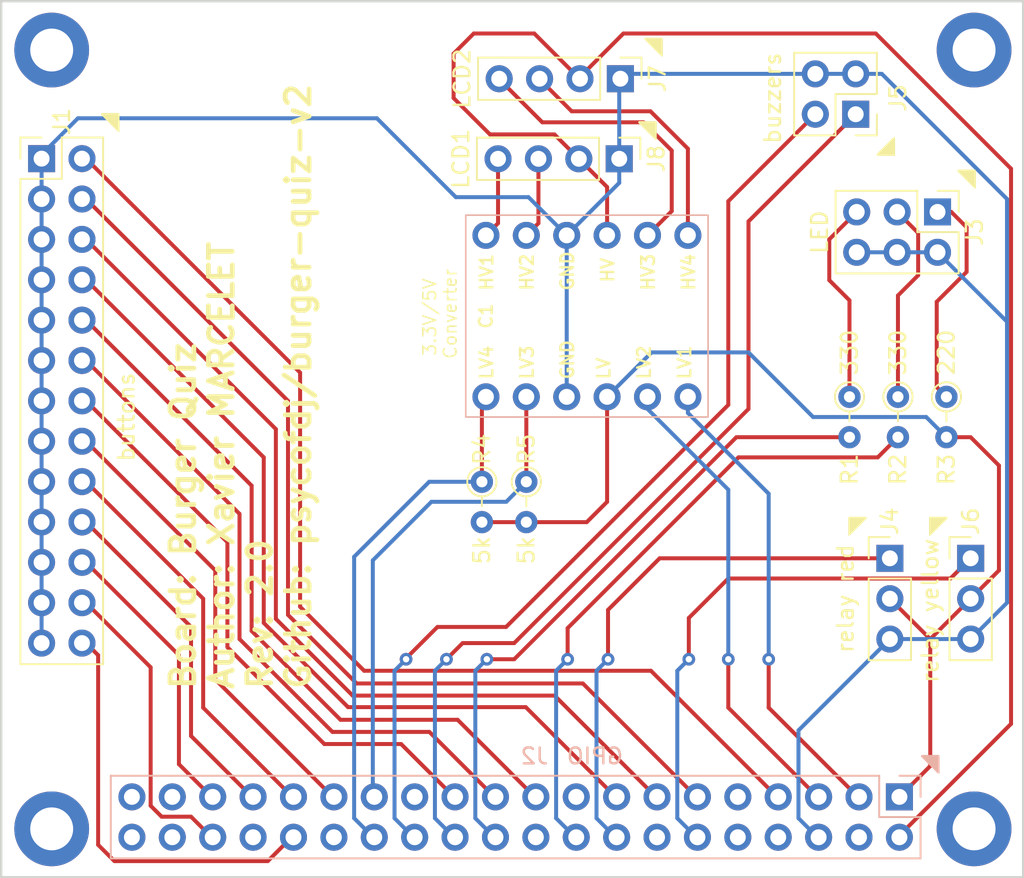
<source format=kicad_pcb>
(kicad_pcb (version 20221018) (generator pcbnew)
  (layers (0 "F.Cu" signal) (31 "B.Cu" signal) (34 "B.Paste" user) (35 "F.Paste" user) (36 "B.SilkS" user "B.Silkscreen") (37 "F.SilkS" user "F.Silkscreen") (38 "B.Mask" user) (39 "F.Mask" user) (44 "Edge.Cuts" user))
  (net 0 "")
  (net 1 "Net-(J2-SDA1)")
  (net 2 "Net-(J2-SCL1)")
  (net 3 "+3.3V")
  (net 4 "GND")
  (net 5 "Net-(J2-SDA2)")
  (net 6 "Net-(J2-SCL2)")
  (net 7 "Net-(J7-SDA)")
  (net 8 "Net-(J7-SCL)")
  (net 9 "+5V")
  (net 10 "Net-(J8-SDA)")
  (net 11 "Net-(J8-SCL)")
  (net 12 "Net-(J2-wpi7)")
  (net 13 "Net-(J2-wpi0)")
  (net 14 "Net-(J2-wpi2)")
  (net 15 "Net-(J2-wpi3)")
  (net 16 "Net-(J2-wpi12)")
  (net 17 "Net-(J2-wpi13)")
  (net 18 "Net-(J2-wip14)")
  (net 19 "Net-(J2-wip21)")
  (net 20 "Net-(J2-wip22)")
  (net 21 "Net-(J2-wip23)")
  (net 22 "Net-(J2-wip24)")
  (net 23 "Net-(J2-wpi27)")
  (net 24 "Net-(J2-wpi26)")
  (net 29 "Net-(J2-wpi1)")
  (net 31 "Net-(J2-wpi4)")
  (net 33 "Net-(J2-wpi5)")
  (net 35 "Net-(J2-wpi6)")
  (net 36 "Net-(J2-wpi10)")
  (net 38 "Net-(J2-wpi11)")
  (net 45 "Net-(J3-Pin_1)")
  (net 46 "Net-(J3-Pin_3)")
  (net 47 "Net-(J3-Pin_5)")
  (footprint "Resistor_THT:R_Axial_DIN0204_L3.6mm_D1.6mm_P2.54mm_Vertical" (layer "F.Cu") (at 226.06 73.66 -90)
    (fp_text reference "R1" (at 4.572 0 90) (layer "F.SilkS"))
    (fp_text value "330" (at -2.794 0 90) (layer "F.SilkS"))
    (fp_line (start 0.92 0) (end 1.54 0) (stroke (width 0.12)) (layer "F.SilkS"))
    (fp_circle (center 0 0) (end 0.92 0) (stroke (width 0.12)) (fill none) (layer "F.SilkS"))
    (pad "1" thru_hole circle (at 0 0 270) (size 1.4 1.4) (drill 0.7) (layers "*.Cu" "*.Mask") (net 47 "Net-(J3-Pin_5)"))
    (pad "2" thru_hole oval (at 2.54 0 270) (size 1.4 1.4) (drill 0.7) (layers "*.Cu" "*.Mask") (net 35 "Net-(J2-wpi6)"))
  )
  (footprint "Connector_PinHeader_2.54mm:PinHeader_1x04_P2.54mm_Vertical" (layer "F.Cu") (at 211.582 58.684 -90)
    (fp_text reference "J8" (at 0 -2.33 90) (layer "F.SilkS"))
    (fp_text value "LCD1" (at 0 9.95 90) (layer "F.SilkS"))
    (fp_line (start -1.33 -1.33) (end 0 -1.33) (stroke (width 0.12)) (layer "F.SilkS"))
    (fp_line (start -1.33 0) (end -1.33 -1.33) (stroke (width 0.12)) (layer "F.SilkS"))
    (fp_line (start -1.33 1.27) (end -1.33 8.95) (stroke (width 0.12)) (layer "F.SilkS"))
    (fp_line (start -1.33 1.27) (end 1.33 1.27) (stroke (width 0.12)) (layer "F.SilkS"))
    (fp_line (start -1.33 8.95) (end 1.33 8.95) (stroke (width 0.12)) (layer "F.SilkS"))
    (fp_line (start 1.33 1.27) (end 1.33 8.95) (stroke (width 0.12)) (layer "F.SilkS"))
    (pad "1" thru_hole rect (at 0 0 270) (size 1.7 1.7) (drill 1) (layers "*.Cu" "*.Mask") (net 4 "GND"))
    (pad "2" thru_hole oval (at 0 2.54 270) (size 1.7 1.7) (drill 1) (layers "*.Cu" "*.Mask") (net 9 "+5V"))
    (pad "3" thru_hole oval (at 0 5.08 270) (size 1.7 1.7) (drill 1) (layers "*.Cu" "*.Mask") (net 10 "Net-(J8-SDA)"))
    (pad "4" thru_hole oval (at 0 7.62 270) (size 1.7 1.7) (drill 1) (layers "*.Cu" "*.Mask") (net 11 "Net-(J8-SCL)"))
  )
  (footprint "Resistor_THT:R_Axial_DIN0204_L3.6mm_D1.6mm_P2.54mm_Vertical" (layer "F.Cu") (at 232.156 73.66 -90)
    (fp_text reference "R3" (at 4.572 0 -270) (layer "F.SilkS"))
    (fp_text value "220" (at -2.794 0 -270) (layer "F.SilkS"))
    (fp_line (start 0.92 0) (end 1.54 0) (stroke (width 0.12)) (layer "F.SilkS"))
    (fp_circle (center 0 0) (end 0.92 0) (stroke (width 0.12)) (fill none) (layer "F.SilkS"))
    (pad "1" thru_hole circle (at 0 0 270) (size 1.4 1.4) (drill 0.7) (layers "*.Cu" "*.Mask") (net 45 "Net-(J3-Pin_1)"))
    (pad "2" thru_hole oval (at 2.54 0 270) (size 1.4 1.4) (drill 0.7) (layers "*.Cu" "*.Mask") (net 3 "+3.3V"))
  )
  (footprint "Connector_PinHeader_2.54mm:PinHeader_1x04_P2.54mm_Vertical" (layer "F.Cu") (at 211.654435 53.646072 -90)
    (fp_text reference "J7" (at 0 -2.33 90) (layer "F.SilkS"))
    (fp_text value "LCD2" (at 0 9.95 90) (layer "F.SilkS"))
    (fp_line (start -1.33 -1.33) (end 0 -1.33) (stroke (width 0.12)) (layer "F.SilkS"))
    (fp_line (start -1.33 0) (end -1.33 -1.33) (stroke (width 0.12)) (layer "F.SilkS"))
    (fp_line (start -1.33 1.27) (end -1.33 8.95) (stroke (width 0.12)) (layer "F.SilkS"))
    (fp_line (start -1.33 1.27) (end 1.33 1.27) (stroke (width 0.12)) (layer "F.SilkS"))
    (fp_line (start -1.33 8.95) (end 1.33 8.95) (stroke (width 0.12)) (layer "F.SilkS"))
    (fp_line (start 1.33 1.27) (end 1.33 8.95) (stroke (width 0.12)) (layer "F.SilkS"))
    (pad "1" thru_hole rect (at 0 0 270) (size 1.7 1.7) (drill 1) (layers "*.Cu" "*.Mask") (net 4 "GND"))
    (pad "2" thru_hole oval (at 0 2.54 270) (size 1.7 1.7) (drill 1) (layers "*.Cu" "*.Mask") (net 9 "+5V"))
    (pad "3" thru_hole oval (at 0 5.08 270) (size 1.7 1.7) (drill 1) (layers "*.Cu" "*.Mask") (net 7 "Net-(J7-SDA)"))
    (pad "4" thru_hole oval (at 0 7.62 270) (size 1.7 1.7) (drill 1) (layers "*.Cu" "*.Mask") (net 8 "Net-(J7-SCL)"))
  )
  (footprint "MountingHole:MountingHole_2.7mm_M2.5_DIN965_Pad" (layer "F.Cu") (at 175.895 100.8414)
    (fp_text reference "REF**" hide)
    (fp_text value "MountingHole_2.7mm_M2.5_DIN965_Pad" hide)
    (pad "1" thru_hole circle (at 0 0) (size 4.7 4.7) (drill 2.7) (layers "*.Cu" "*.Mask"))
  )
  (footprint "Connector_PinHeader_2.54mm:PinHeader_2x02_P2.54mm_Vertical" (layer "F.Cu") (at 226.452535 55.88 180)
    (fp_text reference "J5" (at -2.655465 1.016 90) (layer "F.SilkS"))
    (fp_text value "buzzers" (at 5.218535 1.016 90) (layer "F.SilkS"))
    (fp_line (start -1.33 -1.33) (end 0 -1.33) (stroke (width 0.12)) (layer "F.SilkS"))
    (fp_line (start -1.33 0) (end -1.33 -1.33) (stroke (width 0.12)) (layer "F.SilkS"))
    (fp_line (start -1.33 1.27) (end -1.33 3.87) (stroke (width 0.12)) (layer "F.SilkS"))
    (fp_line (start -1.33 1.27) (end 1.27 1.27) (stroke (width 0.12)) (layer "F.SilkS"))
    (fp_line (start -1.33 3.87) (end 3.87 3.87) (stroke (width 0.12)) (layer "F.SilkS"))
    (fp_line (start 1.27 -1.33) (end 3.87 -1.33) (stroke (width 0.12)) (layer "F.SilkS"))
    (fp_line (start 1.27 1.27) (end 1.27 -1.33) (stroke (width 0.12)) (layer "F.SilkS"))
    (fp_line (start 3.87 -1.33) (end 3.87 3.87) (stroke (width 0.12)) (layer "F.SilkS"))
    (pad "1" thru_hole rect (at 0 0 180) (size 1.7 1.7) (drill 1) (layers "*.Cu" "*.Mask") (net 36 "Net-(J2-wpi10)"))
    (pad "2" thru_hole oval (at 2.54 0 180) (size 1.7 1.7) (drill 1) (layers "*.Cu" "*.Mask") (net 38 "Net-(J2-wpi11)"))
    (pad "3" thru_hole oval (at 0 2.54 180) (size 1.7 1.7) (drill 1) (layers "*.Cu" "*.Mask") (net 4 "GND"))
    (pad "4" thru_hole oval (at 2.54 2.54 180) (size 1.7 1.7) (drill 1) (layers "*.Cu" "*.Mask") (net 4 "GND"))
  )
  (footprint "MountingHole:MountingHole_2.7mm_M2.5_DIN965_Pad" (layer "F.Cu") (at 233.895 51.8414)
    (fp_text reference "REF**" hide)
    (fp_text value "MountingHole_2.7mm_M2.5_DIN965_Pad" hide)
    (pad "1" thru_hole circle (at 0 0) (size 4.7 4.7) (drill 2.7) (layers "*.Cu" "*.Mask"))
  )
  (footprint "Connector_PinHeader_2.54mm:PinHeader_2x13_P2.54mm_Vertical" (layer "F.Cu") (at 175.26 58.674)
    (fp_text reference "J1" (at 1.27 -2.33 90) (layer "F.SilkS"))
    (fp_text value "buttons" (at 5.334 16.256 90) (layer "F.SilkS"))
    (fp_line (start -1.33 -1.33) (end 0 -1.33) (stroke (width 0.12)) (layer "F.SilkS"))
    (fp_line (start -1.33 0) (end -1.33 -1.33) (stroke (width 0.12)) (layer "F.SilkS"))
    (fp_line (start -1.33 1.27) (end -1.33 31.81) (stroke (width 0.12)) (layer "F.SilkS"))
    (fp_line (start -1.33 1.27) (end 1.27 1.27) (stroke (width 0.12)) (layer "F.SilkS"))
    (fp_line (start -1.33 31.81) (end 3.87 31.81) (stroke (width 0.12)) (layer "F.SilkS"))
    (fp_line (start 1.27 -1.33) (end 3.87 -1.33) (stroke (width 0.12)) (layer "F.SilkS"))
    (fp_line (start 1.27 1.27) (end 1.27 -1.33) (stroke (width 0.12)) (layer "F.SilkS"))
    (fp_line (start 3.87 -1.33) (end 3.87 31.81) (stroke (width 0.12)) (layer "F.SilkS"))
    (pad "1" thru_hole rect (at 0 0) (size 1.7 1.7) (drill 1) (layers "*.Cu" "*.Mask") (net 4 "GND"))
    (pad "2" thru_hole oval (at 2.54 0) (size 1.7 1.7) (drill 1) (layers "*.Cu" "*.Mask") (net 12 "Net-(J2-wpi7)"))
    (pad "3" thru_hole oval (at 0 2.54) (size 1.7 1.7) (drill 1) (layers "*.Cu" "*.Mask") (net 4 "GND"))
    (pad "4" thru_hole oval (at 2.54 2.54) (size 1.7 1.7) (drill 1) (layers "*.Cu" "*.Mask") (net 13 "Net-(J2-wpi0)"))
    (pad "5" thru_hole oval (at 0 5.08) (size 1.7 1.7) (drill 1) (layers "*.Cu" "*.Mask") (net 4 "GND"))
    (pad "6" thru_hole oval (at 2.54 5.08) (size 1.7 1.7) (drill 1) (layers "*.Cu" "*.Mask") (net 14 "Net-(J2-wpi2)"))
    (pad "7" thru_hole oval (at 0 7.62) (size 1.7 1.7) (drill 1) (layers "*.Cu" "*.Mask") (net 4 "GND"))
    (pad "8" thru_hole oval (at 2.54 7.62) (size 1.7 1.7) (drill 1) (layers "*.Cu" "*.Mask") (net 15 "Net-(J2-wpi3)"))
    (pad "9" thru_hole oval (at 0 10.16) (size 1.7 1.7) (drill 1) (layers "*.Cu" "*.Mask") (net 4 "GND"))
    (pad "10" thru_hole oval (at 2.54 10.16) (size 1.7 1.7) (drill 1) (layers "*.Cu" "*.Mask") (net 16 "Net-(J2-wpi12)"))
    (pad "11" thru_hole oval (at 0 12.7) (size 1.7 1.7) (drill 1) (layers "*.Cu" "*.Mask") (net 4 "GND"))
    (pad "12" thru_hole oval (at 2.54 12.7) (size 1.7 1.7) (drill 1) (layers "*.Cu" "*.Mask") (net 17 "Net-(J2-wpi13)"))
    (pad "13" thru_hole oval (at 0 15.24) (size 1.7 1.7) (drill 1) (layers "*.Cu" "*.Mask") (net 4 "GND"))
    (pad "14" thru_hole oval (at 2.54 15.24) (size 1.7 1.7) (drill 1) (layers "*.Cu" "*.Mask") (net 18 "Net-(J2-wip14)"))
    (pad "15" thru_hole oval (at 0 17.78) (size 1.7 1.7) (drill 1) (layers "*.Cu" "*.Mask") (net 4 "GND"))
    (pad "16" thru_hole oval (at 2.54 17.78) (size 1.7 1.7) (drill 1) (layers "*.Cu" "*.Mask") (net 19 "Net-(J2-wip21)"))
    (pad "17" thru_hole oval (at 0 20.32) (size 1.7 1.7) (drill 1) (layers "*.Cu" "*.Mask") (net 4 "GND"))
    (pad "18" thru_hole oval (at 2.54 20.32) (size 1.7 1.7) (drill 1) (layers "*.Cu" "*.Mask") (net 20 "Net-(J2-wip22)"))
    (pad "19" thru_hole oval (at 0 22.86) (size 1.7 1.7) (drill 1) (layers "*.Cu" "*.Mask") (net 4 "GND"))
    (pad "20" thru_hole oval (at 2.54 22.86) (size 1.7 1.7) (drill 1) (layers "*.Cu" "*.Mask") (net 21 "Net-(J2-wip23)"))
    (pad "21" thru_hole oval (at 0 25.4) (size 1.7 1.7) (drill 1) (layers "*.Cu" "*.Mask") (net 4 "GND"))
    (pad "22" thru_hole oval (at 2.54 25.4) (size 1.7 1.7) (drill 1) (layers "*.Cu" "*.Mask") (net 22 "Net-(J2-wip24)"))
    (pad "23" thru_hole oval (at 0 27.94) (size 1.7 1.7) (drill 1) (layers "*.Cu" "*.Mask") (net 4 "GND"))
    (pad "24" thru_hole oval (at 2.54 27.94) (size 1.7 1.7) (drill 1) (layers "*.Cu" "*.Mask") (net 23 "Net-(J2-wpi27)"))
    (pad "25" thru_hole oval (at 0 30.48) (size 1.7 1.7) (drill 1) (layers "*.Cu" "*.Mask") (net 4 "GND"))
    (pad "26" thru_hole oval (at 2.54 30.48) (size 1.7 1.7) (drill 1) (layers "*.Cu" "*.Mask") (net 24 "Net-(J2-wpi26)"))
  )
  (footprint "Resistor_THT:R_Axial_DIN0204_L3.6mm_D1.6mm_P2.54mm_Vertical" (layer "F.Cu") (at 202.946 79.004 -90)
    (fp_text reference "R4" (at -2.042 0 -90) (layer "F.SilkS"))
    (fp_text value "5k" (at 4.308 0 -90) (layer "F.SilkS"))
    (fp_line (start 0.92 0) (end 1.54 0) (stroke (width 0.12)) (layer "F.SilkS"))
    (fp_circle (center 0 0) (end 0.92 0) (stroke (width 0.12)) (fill none) (layer "F.SilkS"))
    (pad "1" thru_hole circle (at 0 0 270) (size 1.4 1.4) (drill 0.7) (layers "*.Cu" "*.Mask") (net 6 "Net-(J2-SCL2)"))
    (pad "2" thru_hole oval (at 2.54 0 270) (size 1.4 1.4) (drill 0.7) (layers "*.Cu" "*.Mask") (net 3 "+3.3V"))
  )
  (footprint "Resistor_THT:R_Axial_DIN0204_L3.6mm_D1.6mm_P2.54mm_Vertical" (layer "F.Cu") (at 205.74 79.004 -90)
    (fp_text reference "R5" (at -2.042 0 90) (layer "F.SilkS"))
    (fp_text value "5k" (at 4.308 0 -90) (layer "F.SilkS"))
    (fp_line (start 0.92 0) (end 1.54 0) (stroke (width 0.12)) (layer "F.SilkS"))
    (fp_circle (center 0 0) (end 0.92 0) (stroke (width 0.12)) (fill none) (layer "F.SilkS"))
    (pad "1" thru_hole circle (at 0 0 270) (size 1.4 1.4) (drill 0.7) (layers "*.Cu" "*.Mask") (net 5 "Net-(J2-SDA2)"))
    (pad "2" thru_hole oval (at 2.54 0 270) (size 1.4 1.4) (drill 0.7) (layers "*.Cu" "*.Mask") (net 3 "+3.3V"))
  )
  (footprint "Connector_PinHeader_2.54mm:PinHeader_1x03_P2.54mm_Vertical" (layer "F.Cu") (at 228.6 83.82)
    (fp_text reference "J4" (at 0 -2.33 90) (layer "F.SilkS"))
    (fp_text value "relay red" (at -2.794 2.54 90) (layer "F.SilkS"))
    (fp_line (start -1.33 -1.33) (end 0 -1.33) (stroke (width 0.12)) (layer "F.SilkS"))
    (fp_line (start -1.33 0) (end -1.33 -1.33) (stroke (width 0.12)) (layer "F.SilkS"))
    (fp_line (start -1.33 1.27) (end -1.33 6.41) (stroke (width 0.12)) (layer "F.SilkS"))
    (fp_line (start -1.33 1.27) (end 1.33 1.27) (stroke (width 0.12)) (layer "F.SilkS"))
    (fp_line (start -1.33 6.41) (end 1.33 6.41) (stroke (width 0.12)) (layer "F.SilkS"))
    (fp_line (start 1.33 1.27) (end 1.33 6.41) (stroke (width 0.12)) (layer "F.SilkS"))
    (pad "1" thru_hole rect (at 0 0) (size 1.7 1.7) (drill 1) (layers "*.Cu" "*.Mask") (net 31 "Net-(J2-wpi4)"))
    (pad "2" thru_hole oval (at 0 2.54) (size 1.7 1.7) (drill 1) (layers "*.Cu" "*.Mask") (net 3 "+3.3V"))
    (pad "3" thru_hole oval (at 0 5.08) (size 1.7 1.7) (drill 1) (layers "*.Cu" "*.Mask") (net 4 "GND"))
  )
  (footprint "MountingHole:MountingHole_2.7mm_M2.5_DIN965_Pad" (layer "F.Cu") (at 175.895 51.8414)
    (fp_text reference "REF**" hide)
    (fp_text value "MountingHole_2.7mm_M2.5_DIN965_Pad" hide)
    (pad "1" thru_hole circle (at 0 0) (size 4.7 4.7) (drill 2.7) (layers "*.Cu" "*.Mask"))
  )
  (footprint "MountingHole:MountingHole_2.7mm_M2.5_DIN965_Pad" (layer "F.Cu") (at 233.895 100.8414)
    (fp_text reference "REF**" hide)
    (fp_text value "MountingHole_2.7mm_M2.5_DIN965_Pad" hide)
    (pad "1" thru_hole circle (at 0 0) (size 4.7 4.7) (drill 2.7) (layers "*.Cu" "*.Mask"))
  )
  (footprint "Resistor_THT:R_Axial_DIN0204_L3.6mm_D1.6mm_P2.54mm_Vertical" (layer "F.Cu") (at 229.108 73.66 -90)
    (fp_text reference "R2" (at 4.572 0 90) (layer "F.SilkS"))
    (fp_text value "330" (at -2.794 0 90) (layer "F.SilkS"))
    (fp_line (start 0.92 0) (end 1.54 0) (stroke (width 0.12)) (layer "F.SilkS"))
    (fp_circle (center 0 0) (end 0.92 0) (stroke (width 0.12)) (fill none) (layer "F.SilkS"))
    (pad "1" thru_hole circle (at 0 0 270) (size 1.4 1.4) (drill 0.7) (layers "*.Cu" "*.Mask") (net 46 "Net-(J3-Pin_3)"))
    (pad "2" thru_hole oval (at 2.54 0 270) (size 1.4 1.4) (drill 0.7) (layers "*.Cu" "*.Mask") (net 33 "Net-(J2-wpi5)"))
  )
  (footprint "Connector_PinHeader_2.54mm:PinHeader_2x03_P2.54mm_Vertical" (layer "F.Cu") (at 231.596317 62.026056 -90)
    (fp_text reference "J3" (at 1.27 -2.33 90) (layer "F.SilkS"))
    (fp_text value "LED" (at 1.27 7.41 90) (layer "F.SilkS"))
    (fp_line (start -1.33 -1.33) (end 0 -1.33) (stroke (width 0.12)) (layer "F.SilkS"))
    (fp_line (start -1.33 0) (end -1.33 -1.33) (stroke (width 0.12)) (layer "F.SilkS"))
    (fp_line (start -1.33 1.27) (end -1.33 6.41) (stroke (width 0.12)) (layer "F.SilkS"))
    (fp_line (start -1.33 1.27) (end 1.27 1.27) (stroke (width 0.12)) (layer "F.SilkS"))
    (fp_line (start -1.33 6.41) (end 3.87 6.41) (stroke (width 0.12)) (layer "F.SilkS"))
    (fp_line (start 1.27 -1.33) (end 3.87 -1.33) (stroke (width 0.12)) (layer "F.SilkS"))
    (fp_line (start 1.27 1.27) (end 1.27 -1.33) (stroke (width 0.12)) (layer "F.SilkS"))
    (fp_line (start 3.87 -1.33) (end 3.87 6.41) (stroke (width 0.12)) (layer "F.SilkS"))
    (pad "1" thru_hole rect (at 0 0 270) (size 1.7 1.7) (drill 1) (layers "*.Cu" "*.Mask") (net 45 "Net-(J3-Pin_1)"))
    (pad "2" thru_hole oval (at 2.54 0 270) (size 1.7 1.7) (drill 1) (layers "*.Cu" "*.Mask") (net 4 "GND"))
    (pad "3" thru_hole oval (at 0 2.54 270) (size 1.7 1.7) (drill 1) (layers "*.Cu" "*.Mask") (net 46 "Net-(J3-Pin_3)"))
    (pad "4" thru_hole oval (at 2.54 2.54 270) (size 1.7 1.7) (drill 1) (layers "*.Cu" "*.Mask") (net 4 "GND"))
    (pad "5" thru_hole oval (at 0 5.08 270) (size 1.7 1.7) (drill 1) (layers "*.Cu" "*.Mask") (net 47 "Net-(J3-Pin_5)"))
    (pad "6" thru_hole oval (at 2.54 5.08 270) (size 1.7 1.7) (drill 1) (layers "*.Cu" "*.Mask") (net 4 "GND"))
  )
  (footprint "Connector_PinHeader_2.54mm:PinHeader_1x03_P2.54mm_Vertical" (layer "F.Cu") (at 233.68 83.82)
    (fp_text reference "J6" (at 0 -2.33 90) (layer "F.SilkS"))
    (fp_text value "relay yellow" (at -2.54 3.302 90) (layer "F.SilkS"))
    (fp_line (start -1.33 -1.33) (end 0 -1.33) (stroke (width 0.12)) (layer "F.SilkS"))
    (fp_line (start -1.33 0) (end -1.33 -1.33) (stroke (width 0.12)) (layer "F.SilkS"))
    (fp_line (start -1.33 1.27) (end -1.33 6.41) (stroke (width 0.12)) (layer "F.SilkS"))
    (fp_line (start -1.33 1.27) (end 1.33 1.27) (stroke (width 0.12)) (layer "F.SilkS"))
    (fp_line (start -1.33 6.41) (end 1.33 6.41) (stroke (width 0.12)) (layer "F.SilkS"))
    (fp_line (start 1.33 1.27) (end 1.33 6.41) (stroke (width 0.12)) (layer "F.SilkS"))
    (pad "1" thru_hole rect (at 0 0) (size 1.7 1.7) (drill 1) (layers "*.Cu" "*.Mask") (net 29 "Net-(J2-wpi1)"))
    (pad "2" thru_hole oval (at 0 2.54) (size 1.7 1.7) (drill 1) (layers "*.Cu" "*.Mask") (net 3 "+3.3V"))
    (pad "3" thru_hole oval (at 0 5.08) (size 1.7 1.7) (drill 1) (layers "*.Cu" "*.Mask") (net 4 "GND"))
  )
  (footprint "Connector_PinSocket_2.54mm:PinSocket_2x20_P2.54mm_Vertical" (layer "B.Cu") (at 229.199875 98.829123 90)
    (fp_text reference "J2" (at 2.563123 -22.951875 180) (layer "B.SilkS") (effects (justify mirror)))
    (fp_text value "GPIO" (at 2.563123 -19.141875 180) (layer "B.SilkS") (effects (justify mirror)))
    (fp_line (start -3.87 -49.59) (end 1.33 -49.59) (stroke (width 0.12)) (layer "B.SilkS"))
    (fp_line (start -3.87 1.33) (end -3.87 -49.59) (stroke (width 0.12)) (layer "B.SilkS"))
    (fp_line (start -3.87 1.33) (end -1.27 1.33) (stroke (width 0.12)) (layer "B.SilkS"))
    (fp_line (start -1.27 -1.27) (end 1.33 -1.27) (stroke (width 0.12)) (layer "B.SilkS"))
    (fp_line (start -1.27 1.33) (end -1.27 -1.27) (stroke (width 0.12)) (layer "B.SilkS"))
    (fp_line (start 0 1.33) (end 1.33 1.33) (stroke (width 0.12)) (layer "B.SilkS"))
    (fp_line (start 1.33 -1.27) (end 1.33 -49.59) (stroke (width 0.12)) (layer "B.SilkS"))
    (fp_line (start 1.33 1.33) (end 1.33 0) (stroke (width 0.12)) (layer "B.SilkS"))
    (pad "1" thru_hole rect (at 0 0 90) (size 1.7 1.7) (drill 1) (layers "*.Cu" "*.Mask") (net 3 "+3.3V"))
    (pad "2" thru_hole oval (at -2.54 0 90) (size 1.7 1.7) (drill 1) (layers "*.Cu" "*.Mask") (net 9 "+5V"))
    (pad "3" thru_hole oval (at 0 -2.54 90) (size 1.7 1.7) (drill 1) (layers "*.Cu" "*.Mask") (net 1 "Net-(J2-SDA1)"))
    (pad "4" thru_hole oval (at -2.54 -2.54 90) (size 1.7 1.7) (drill 1) (layers "*.Cu" "*.Mask"))
    (pad "5" thru_hole oval (at 0 -5.08 90) (size 1.7 1.7) (drill 1) (layers "*.Cu" "*.Mask") (net 2 "Net-(J2-SCL1)"))
    (pad "6" thru_hole oval (at -2.54 -5.08 90) (size 1.7 1.7) (drill 1) (layers "*.Cu" "*.Mask") (net 4 "GND"))
    (pad "7" thru_hole oval (at 0 -7.62 90) (size 1.7 1.7) (drill 1) (layers "*.Cu" "*.Mask") (net 12 "Net-(J2-wpi7)"))
    (pad "8" thru_hole oval (at -2.54 -7.62 90) (size 1.7 1.7) (drill 1) (layers "*.Cu" "*.Mask"))
    (pad "9" thru_hole oval (at 0 -10.16 90) (size 1.7 1.7) (drill 1) (layers "*.Cu" "*.Mask"))
    (pad "10" thru_hole oval (at -2.54 -10.16 90) (size 1.7 1.7) (drill 1) (layers "*.Cu" "*.Mask"))
    (pad "11" thru_hole oval (at 0 -12.7 90) (size 1.7 1.7) (drill 1) (layers "*.Cu" "*.Mask") (net 13 "Net-(J2-wpi0)"))
    (pad "12" thru_hole oval (at -2.54 -12.7 90) (size 1.7 1.7) (drill 1) (layers "*.Cu" "*.Mask") (net 29 "Net-(J2-wpi1)"))
    (pad "13" thru_hole oval (at 0 -15.24 90) (size 1.7 1.7) (drill 1) (layers "*.Cu" "*.Mask") (net 14 "Net-(J2-wpi2)"))
    (pad "14" thru_hole oval (at -2.54 -15.24 90) (size 1.7 1.7) (drill 1) (layers "*.Cu" "*.Mask"))
    (pad "15" thru_hole oval (at 0 -17.78 90) (size 1.7 1.7) (drill 1) (layers "*.Cu" "*.Mask") (net 15 "Net-(J2-wpi3)"))
    (pad "16" thru_hole oval (at -2.54 -17.78 90) (size 1.7 1.7) (drill 1) (layers "*.Cu" "*.Mask") (net 31 "Net-(J2-wpi4)"))
    (pad "17" thru_hole oval (at 0 -20.32 90) (size 1.7 1.7) (drill 1) (layers "*.Cu" "*.Mask"))
    (pad "18" thru_hole oval (at -2.54 -20.32 90) (size 1.7 1.7) (drill 1) (layers "*.Cu" "*.Mask") (net 33 "Net-(J2-wpi5)"))
    (pad "19" thru_hole oval (at 0 -22.86 90) (size 1.7 1.7) (drill 1) (layers "*.Cu" "*.Mask") (net 16 "Net-(J2-wpi12)"))
    (pad "20" thru_hole oval (at -2.54 -22.86 90) (size 1.7 1.7) (drill 1) (layers "*.Cu" "*.Mask"))
    (pad "21" thru_hole oval (at 0 -25.4 90) (size 1.7 1.7) (drill 1) (layers "*.Cu" "*.Mask") (net 17 "Net-(J2-wpi13)"))
    (pad "22" thru_hole oval (at -2.54 -25.4 90) (size 1.7 1.7) (drill 1) (layers "*.Cu" "*.Mask") (net 35 "Net-(J2-wpi6)"))
    (pad "23" thru_hole oval (at 0 -27.94 90) (size 1.7 1.7) (drill 1) (layers "*.Cu" "*.Mask") (net 18 "Net-(J2-wip14)"))
    (pad "24" thru_hole oval (at -2.54 -27.94 90) (size 1.7 1.7) (drill 1) (layers "*.Cu" "*.Mask") (net 36 "Net-(J2-wpi10)"))
    (pad "25" thru_hole oval (at 0 -30.48 90) (size 1.7 1.7) (drill 1) (layers "*.Cu" "*.Mask"))
    (pad "26" thru_hole oval (at -2.54 -30.48 90) (size 1.7 1.7) (drill 1) (layers "*.Cu" "*.Mask") (net 38 "Net-(J2-wpi11)"))
    (pad "27" thru_hole oval (at 0 -33.02 90) (size 1.7 1.7) (drill 1) (layers "*.Cu" "*.Mask") (net 5 "Net-(J2-SDA2)"))
    (pad "28" thru_hole oval (at -2.54 -33.02 90) (size 1.7 1.7) (drill 1) (layers "*.Cu" "*.Mask") (net 6 "Net-(J2-SCL2)"))
    (pad "29" thru_hole oval (at 0 -35.56 90) (size 1.7 1.7) (drill 1) (layers "*.Cu" "*.Mask") (net 19 "Net-(J2-wip21)"))
    (pad "30" thru_hole oval (at -2.54 -35.56 90) (size 1.7 1.7) (drill 1) (layers "*.Cu" "*.Mask"))
    (pad "31" thru_hole oval (at 0 -38.1 90) (size 1.7 1.7) (drill 1) (layers "*.Cu" "*.Mask") (net 20 "Net-(J2-wip22)"))
    (pad "32" thru_hole oval (at -2.54 -38.1 90) (size 1.7 1.7) (drill 1) (layers "*.Cu" "*.Mask") (net 24 "Net-(J2-wpi26)"))
    (pad "33" thru_hole oval (at 0 -40.64 90) (size 1.7 1.7) (drill 1) (layers "*.Cu" "*.Mask") (net 21 "Net-(J2-wip23)"))
    (pad "34" thru_hole oval (at -2.54 -40.64 90) (size 1.7 1.7) (drill 1) (layers "*.Cu" "*.Mask"))
    (pad "35" thru_hole oval (at 0 -43.18 90) (size 1.7 1.7) (drill 1) (layers "*.Cu" "*.Mask") (net 22 "Net-(J2-wip24)"))
    (pad "36" thru_hole oval (at -2.54 -43.18 90) (size 1.7 1.7) (drill 1) (layers "*.Cu" "*.Mask") (net 23 "Net-(J2-wpi27)"))
    (pad "37" thru_hole oval (at 0 -45.72 90) (size 1.7 1.7) (drill 1) (layers "*.Cu" "*.Mask"))
    (pad "38" thru_hole oval (at -2.54 -45.72 90) (size 1.7 1.7) (drill 1) (layers "*.Cu" "*.Mask"))
    (pad "39" thru_hole oval (at 0 -48.26 90) (size 1.7 1.7) (drill 1) (layers "*.Cu" "*.Mask"))
    (pad "40" thru_hole oval (at -2.54 -48.26 90) (size 1.7 1.7) (drill 1) (layers "*.Cu" "*.Mask"))
  )
  (footprint "perso:Converter_3.3v_5v_i2c" (layer "B.Cu") (at 210.82 68.58 90)
    (fp_text reference "C1" (at 0 -7.62 90 unlocked) (layer "F.SilkS") (effects (font (size 0.8 0.8))))
    (fp_text value "~")
    (fp_text user "HV" (at 2.032 0.508 90 unlocked) (layer "F.SilkS") (effects (font (size 0.8 0.8)) (justify left bottom)))
    (fp_text user "HV4" (at 1.524 5.588 90 unlocked) (layer "F.SilkS") (effects (font (size 0.8 0.8)) (justify left bottom)))
    (fp_text user "HV2" (at 1.524 -4.572 90 unlocked) (layer "F.SilkS") (effects (font (size 0.8 0.8)) (justify left bottom)))
    (fp_text user "GND" (at -4.064 -2.032 90 unlocked) (layer "F.SilkS") (effects (font (size 0.8 0.8)) (justify left bottom)))
    (fp_text user "LV" (at -4.064 0.254 90 unlocked) (layer "F.SilkS") (effects (font (size 0.8 0.8)) (justify left bottom)))
    (fp_text user "LV1" (at -4.064 5.334 90 unlocked) (layer "F.SilkS") (effects (font (size 0.8 0.8)) (justify left bottom)))
    (fp_text user "LV3" (at -4.064 -4.572 90 unlocked) (layer "F.SilkS") (effects (font (size 0.8 0.8)) (justify left bottom)))
    (fp_text user "GND" (at 1.524 -2.032 90 unlocked) (layer "F.SilkS") (effects (font (size 0.8 0.8)) (justify left bottom)))
    (fp_text user "LV4" (at -4.064 -7.112 90 unlocked) (layer "F.SilkS") (effects (font (size 0.8 0.8)) (justify left bottom)))
    (fp_text user "HV3" (at 1.524 3.048 90 unlocked) (layer "F.SilkS") (effects (font (size 0.8 0.8)) (justify left bottom)))
    (fp_text user "LV2" (at -4.064 2.794 90 unlocked) (layer "F.SilkS") (effects (font (size 0.8 0.8)) (justify left bottom)))
    (fp_text user "HV1" (at 1.524 -7.112 90 unlocked) (layer "F.SilkS") (effects (font (size 0.8 0.8)) (justify left bottom)))
    (fp_rect (start -6.35 6.35) (end 6.35 -8.89) (stroke (width 0.1)) (fill none) (layer "B.SilkS"))
    (pad "1" thru_hole oval (at -5.08 5.08 90) (size 1.7 1.7) (drill 1) (layers "*.Cu" "*.Mask") (net 1 "Net-(J2-SDA1)"))
    (pad "2" thru_hole oval (at -5.08 2.54 90) (size 1.7 1.7) (drill 1) (layers "*.Cu" "*.Mask") (net 2 "Net-(J2-SCL1)"))
    (pad "3" thru_hole oval (at -5.08 0 90) (size 1.7 1.7) (drill 1) (layers "*.Cu" "*.Mask") (net 3 "+3.3V"))
    (pad "4" thru_hole oval (at -5.08 -2.54 90) (size 1.7 1.7) (drill 1) (layers "*.Cu" "*.Mask") (net 4 "GND"))
    (pad "5" thru_hole oval (at -5.08 -5.08 90) (size 1.7 1.7) (drill 1) (layers "*.Cu" "*.Mask") (net 5 "Net-(J2-SDA2)"))
    (pad "6" thru_hole oval (at -5.08 -7.62 90) (size 1.7 1.7) (drill 1) (layers "*.Cu" "*.Mask") (net 6 "Net-(J2-SCL2)"))
    (pad "7" thru_hole oval (at 5.08 5.08 90) (size 1.7 1.7) (drill 1) (layers "*.Cu" "*.Mask") (net 7 "Net-(J7-SDA)"))
    (pad "8" thru_hole oval (at 5.08 2.54 90) (size 1.7 1.7) (drill 1) (layers "*.Cu" "*.Mask") (net 8 "Net-(J7-SCL)"))
    (pad "9" thru_hole oval (at 5.08 0 90) (size 1.7 1.7) (drill 1) (layers "*.Cu" "*.Mask") (net 9 "+5V"))
    (pad "10" thru_hole oval (at 5.08 -2.54 90) (size 1.7 1.7) (drill 1) (layers "*.Cu" "*.Mask") (net 4 "GND"))
    (pad "11" thru_hole oval (at 5.08 -5.08 90) (size 1.7 1.7) (drill 1) (layers "*.Cu" "*.Mask") (net 10 "Net-(J8-SDA)"))
    (pad "12" thru_hole oval (at 5.08 -7.62 90) (size 1.7 1.7) (drill 1) (layers "*.Cu" "*.Mask") (net 11 "Net-(J8-SCL)"))
  )
  (gr_poly (pts (xy 230.632 96.266) (xy 231.648 97.282) (xy 231.648 96.266)) (stroke (width 0.15)) (fill solid) (layer "B.SilkS"))
  (gr_poly (pts (xy 179.07 55.88) (xy 180.086 56.896) (xy 180.086 55.88)) (stroke (width 0.15)) (fill solid) (layer "F.SilkS"))
  (gr_poly (pts (xy 231.14 82.296) (xy 232.156 81.28) (xy 231.14 81.28)) (stroke (width 0.15)) (fill solid) (layer "F.SilkS"))
  (gr_poly (pts (xy 212.852 56.388) (xy 213.868 57.404) (xy 213.868 56.388)) (stroke (width 0.15)) (fill solid) (layer "F.SilkS"))
  (gr_poly (pts (xy 232.918 59.436) (xy 233.934 60.452) (xy 233.934 59.436)) (stroke (width 0.15)) (fill solid) (layer "F.SilkS"))
  (gr_poly (pts (xy 226.06 82.296) (xy 227.076 81.28) (xy 226.06 81.28)) (stroke (width 0.15)) (fill solid) (layer "F.SilkS"))
  (gr_poly (pts (xy 228.854 57.404) (xy 227.838 58.42) (xy 228.854 58.42)) (stroke (width 0.15)) (fill solid) (layer "F.SilkS"))
  (gr_poly (pts (xy 214.250368 52.158924) (xy 213.234368 51.142924) (xy 214.250368 51.142924)) (stroke (width 0.15)) (fill solid) (layer "F.SilkS"))
  (gr_rect (start 172.72 48.768) (end 236.982 103.886) (stroke (width 0.15)) (fill none) (layer "Edge.Cuts"))
  (gr_text "3.3V/5V \nConverter" (at 201.422 65.532 90) (layer "F.SilkS") (effects (font (size 0.8 0.8) (thickness 0.1)) (justify right bottom)))
  (gr_text "Board: Burger Quiz\nAuthor: Xavier MARCELET\nRev: 2.0\nGithub: psycofdj/burger-quiz-v2" (at 192.278 92.202 90) (layer "F.SilkS") (effects (font (size 1.5 1.5) (thickness 0.3) bold) (justify left bottom)))
  (segment (start 220.98 93.218) (end 226.568 98.806) (width 0.25) (layer "F.Cu") (net 1))
  (segment (start 220.98 90.17) (end 220.98 93.218) (width 0.25) (layer "F.Cu") (net 1))
  (via (at 220.98 90.17) (size 0.8) (drill 0.4) (layers "F.Cu" "B.Cu") (net 1))
  (segment (start 215.9 74.676) (end 215.9 73.66) (width 0.25) (layer "B.Cu") (net 1))
  (segment (start 220.98 79.756) (end 215.9 74.676) (width 0.25) (layer "B.Cu") (net 1))
  (segment (start 220.98 90.17) (end 220.98 79.756) (width 0.25) (layer "B.Cu") (net 1))
  (segment (start 218.44 90.17) (end 218.44 93.218) (width 0.25) (layer "F.Cu") (net 2))
  (segment (start 218.44 93.218) (end 224.028 98.806) (width 0.25) (layer "F.Cu") (net 2))
  (via (at 218.44 90.17) (size 0.8) (drill 0.4) (layers "F.Cu" "B.Cu") (net 2))
  (segment (start 218.44 90.17) (end 218.44 79.502) (width 0.25) (layer "B.Cu") (net 2))
  (segment (start 218.44 79.502) (end 213.36 74.422) (width 0.25) (layer "B.Cu") (net 2))
  (segment (start 213.36 74.422) (end 213.36 73.66) (width 0.25) (layer "B.Cu") (net 2))
  (segment (start 210.82 80.264) (end 209.54 81.544) (width 0.25) (layer "F.Cu") (net 3))
  (segment (start 205.74 81.544) (end 202.946 81.544) (width 0.25) (layer "F.Cu") (net 3))
  (segment (start 229.199875 98.829123) (end 231.14 96.888998) (width 0.25) (layer "F.Cu") (net 3))
  (segment (start 209.54 81.544) (end 205.74 81.544) (width 0.25) (layer "F.Cu") (net 3))
  (segment (start 231.14 88.9) (end 233.68 86.36) (width 0.25) (layer "F.Cu") (net 3))
  (segment (start 229.044435 98.829123) (end 229.199875 98.829123) (width 0.25) (layer "F.Cu") (net 3))
  (segment (start 231.14 88.9) (end 228.6 86.36) (width 0.25) (layer "F.Cu") (net 3))
  (segment (start 235.458 84.582) (end 235.458 77.978) (width 0.25) (layer "F.Cu") (net 3))
  (segment (start 233.68 86.36) (end 235.458 84.582) (width 0.25) (layer "F.Cu") (net 3))
  (segment (start 235.458 77.978) (end 233.68 76.2) (width 0.25) (layer "F.Cu") (net 3))
  (segment (start 229.036609 98.821297) (end 229.044435 98.829123) (width 0.25) (layer "F.Cu") (net 3))
  (segment (start 210.82 73.66) (end 210.82 80.264) (width 0.25) (layer "F.Cu") (net 3))
  (segment (start 231.14 96.888998) (end 231.14 88.9) (width 0.25) (layer "F.Cu") (net 3))
  (segment (start 233.68 76.2) (end 232.156 76.2) (width 0.25) (layer "F.Cu") (net 3))
  (segment (start 213.614 70.866) (end 210.82 73.66) (width 0.25) (layer "B.Cu") (net 3))
  (segment (start 232.156 76.2) (end 230.886 74.93) (width 0.25) (layer "B.Cu") (net 3))
  (segment (start 230.886 74.93) (end 223.774 74.93) (width 0.25) (layer "B.Cu") (net 3))
  (segment (start 219.71 70.866) (end 213.614 70.866) (width 0.25) (layer "B.Cu") (net 3))
  (segment (start 223.774 74.93) (end 219.71 70.866) (width 0.25) (layer "B.Cu") (net 3))
  (segment (start 226.891267 53.34) (end 226.452535 53.34) (width 0.25) (layer "F.Cu") (net 4))
  (segment (start 208.28 63.5) (end 205.876054 61.096054) (width 0.25) (layer "B.Cu") (net 4))
  (segment (start 211.846 53.34) (end 211.582 53.604) (width 0.25) (layer "B.Cu") (net 4))
  (segment (start 222.853 100.171) (end 222.853 94.647) (width 0.25) (layer "B.Cu") (net 4))
  (segment (start 226.452535 53.34) (end 228.092 53.34) (width 0.25) (layer "B.Cu") (net 4))
  (segment (start 226.452535 53.34) (end 211.846 53.34) (width 0.25) (layer "B.Cu") (net 4))
  (segment (start 211.582 53.604) (end 211.582 58.684) (width 0.25) (layer "B.Cu") (net 4))
  (segment (start 235.966 68.935739) (end 231.596317 64.566056) (width 0.25) (layer "B.Cu") (net 4))
  (segment (start 211.582 58.684) (end 211.582 60.198) (width 0.25) (layer "B.Cu") (net 4))
  (segment (start 235.966 86.614) (end 235.966 68.935739) (width 0.25) (layer "B.Cu") (net 4))
  (segment (start 208.28 63.5) (end 208.28 73.66) (width 0.25) (layer "B.Cu") (net 4))
  (segment (start 177.546 56.134) (end 175.26 58.42) (width 0.25) (layer "B.Cu") (net 4))
  (segment (start 201.304054 61.096054) (end 196.342 56.134) (width 0.25) (layer "B.Cu") (net 4))
  (segment (start 235.966 61.214) (end 235.966 68.935739) (width 0.25) (layer "B.Cu") (net 4))
  (segment (start 233.68 88.9) (end 235.966 86.614) (width 0.25) (layer "B.Cu") (net 4))
  (segment (start 228.6 88.9) (end 233.68 88.9) (width 0.25) (layer "B.Cu") (net 4))
  (segment (start 196.342 56.134) (end 177.546 56.134) (width 0.25) (layer "B.Cu") (net 4))
  (segment (start 231.596317 64.566056) (end 226.516317 64.566056) (width 0.25) (layer "B.Cu") (net 4))
  (segment (start 228.092 53.34) (end 235.966 61.214) (width 0.25) (layer "B.Cu") (net 4))
  (segment (start 175.26 58.42) (end 175.26 88.9) (width 0.25) (layer "B.Cu") (net 4))
  (segment (start 224.028 101.346) (end 222.853 100.171) (width 0.25) (layer "B.Cu") (net 4))
  (segment (start 211.582 60.198) (end 208.28 63.5) (width 0.25) (layer "B.Cu") (net 4))
  (segment (start 222.853 94.647) (end 228.6 88.9) (width 0.25) (layer "B.Cu") (net 4))
  (segment (start 205.876054 61.096054) (end 201.304054 61.096054) (width 0.25) (layer "B.Cu") (net 4))
  (segment (start 205.74 79.004) (end 205.74 73.66) (width 0.25) (layer "F.Cu") (net 5))
  (segment (start 199.772396 80.264) (end 204.48 80.264) (width 0.25) (layer "B.Cu") (net 5))
  (segment (start 204.48 80.264) (end 205.74 79.004) (width 0.25) (layer "B.Cu") (net 5))
  (segment (start 196.088 98.806) (end 196.088 83.948396) (width 0.25) (layer "B.Cu") (net 5))
  (segment (start 196.088 83.948396) (end 199.772396 80.264) (width 0.25) (layer "B.Cu") (net 5))
  (segment (start 202.946 73.914) (end 203.2 73.66) (width 0.25) (layer "F.Cu") (net 6))
  (segment (start 202.946 79.004) (end 202.946 73.914) (width 0.25) (layer "F.Cu") (net 6))
  (segment (start 196.088 101.346) (end 194.913 100.171) (width 0.25) (layer "B.Cu") (net 6))
  (segment (start 194.913 83.725) (end 199.634 79.004) (width 0.25) (layer "B.Cu") (net 6))
  (segment (start 199.634 79.004) (end 202.946 79.004) (width 0.25) (layer "B.Cu") (net 6))
  (segment (start 194.913 100.171) (end 194.913 83.725) (width 0.25) (layer "B.Cu") (net 6))
  (segment (start 213.546396 55.694) (end 208.592 55.694) (width 0.25) (layer "F.Cu") (net 7))
  (segment (start 215.9 63.5) (end 215.9 58.047604) (width 0.25) (layer "F.Cu") (net 7))
  (segment (start 208.592 55.694) (end 206.502 53.604) (width 0.25) (layer "F.Cu") (net 7))
  (segment (start 215.9 58.047604) (end 213.546396 55.694) (width 0.25) (layer "F.Cu") (net 7))
  (segment (start 214.884 58.166) (end 213.106 56.388) (width 0.25) (layer "F.Cu") (net 8))
  (segment (start 214.884 61.976) (end 214.884 58.166) (width 0.25) (layer "F.Cu") (net 8))
  (segment (start 213.36 63.5) (end 214.884 61.976) (width 0.25) (layer "F.Cu") (net 8))
  (segment (start 206.746 56.388) (end 203.962 53.604) (width 0.25) (layer "F.Cu") (net 8))
  (segment (start 213.106 56.388) (end 206.746 56.388) (width 0.25) (layer "F.Cu") (net 8))
  (segment (start 203.454 57.15) (end 207.508 57.15) (width 0.25) (layer "F.Cu") (net 9))
  (segment (start 211.846 50.8) (end 209.042 53.604) (width 0.25) (layer "F.Cu") (net 9))
  (segment (start 206.238 50.8) (end 202.438 50.8) (width 0.25) (layer "F.Cu") (net 9))
  (segment (start 227.713 50.8) (end 211.846 50.8) (width 0.25) (layer "F.Cu") (net 9))
  (segment (start 236.22 94.234) (end 236.22 59.307) (width 0.25) (layer "F.Cu") (net 9))
  (segment (start 201.168 52.07) (end 201.168 54.864) (width 0.25) (layer "F.Cu") (net 9))
  (segment (start 201.168 54.864) (end 203.454 57.15) (width 0.25) (layer "F.Cu") (net 9))
  (segment (start 209.042 53.604) (end 206.238 50.8) (width 0.25) (layer "F.Cu") (net 9))
  (segment (start 209.042 58.684) (end 210.82 60.462) (width 0.25) (layer "F.Cu") (net 9))
  (segment (start 202.438 50.8) (end 201.168 52.07) (width 0.25) (layer "F.Cu") (net 9))
  (segment (start 207.508 57.15) (end 209.042 58.684) (width 0.25) (layer "F.Cu") (net 9))
  (segment (start 236.22 59.307) (end 227.713 50.8) (width 0.25) (layer "F.Cu") (net 9))
  (segment (start 229.108 101.346) (end 236.22 94.234) (width 0.25) (layer "F.Cu") (net 9))
  (segment (start 210.82 60.462) (end 210.82 63.5) (width 0.25) (layer "F.Cu") (net 9))
  (segment (start 205.74 63.5) (end 206.502 62.738) (width 0.25) (layer "F.Cu") (net 10))
  (segment (start 206.502 62.738) (end 206.502 58.684) (width 0.25) (layer "F.Cu") (net 10))
  (segment (start 203.2 63.5) (end 203.962 62.738) (width 0.25) (layer "F.Cu") (net 11))
  (segment (start 203.962 62.738) (end 203.962 58.684) (width 0.25) (layer "F.Cu") (net 11))
  (segment (start 191.516 86.868) (end 195.543 90.895) (width 0.25) (layer "F.Cu") (net 12))
  (segment (start 195.543 90.895) (end 213.577 90.895) (width 0.25) (layer "F.Cu") (net 12))
  (segment (start 191.516 72.136) (end 191.516 86.868) (width 0.25) (layer "F.Cu") (net 12))
  (segment (start 213.577 90.895) (end 221.488 98.806) (width 0.25) (layer "F.Cu") (net 12))
  (segment (start 177.8 58.42) (end 191.516 72.136) (width 0.25) (layer "F.Cu") (net 12))
  (segment (start 195.072 91.694) (end 209.296 91.694) (width 0.25) (layer "F.Cu") (net 13))
  (segment (start 177.8 60.96) (end 190.754 73.914) (width 0.25) (layer "F.Cu") (net 13))
  (segment (start 190.754 73.914) (end 190.754 87.376) (width 0.25) (layer "F.Cu") (net 13))
  (segment (start 209.296 91.694) (end 216.408 98.806) (width 0.25) (layer "F.Cu") (net 13))
  (segment (start 190.754 87.376) (end 195.072 91.694) (width 0.25) (layer "F.Cu") (net 13))
  (segment (start 177.8 63.5) (end 189.992 75.692) (width 0.25) (layer "F.Cu") (net 14))
  (segment (start 189.992 87.63) (end 194.818 92.456) (width 0.25) (layer "F.Cu") (net 14))
  (segment (start 189.992 75.692) (end 189.992 87.63) (width 0.25) (layer "F.Cu") (net 14))
  (segment (start 207.518 92.456) (end 213.868 98.806) (width 0.25) (layer "F.Cu") (net 14))
  (segment (start 194.818 92.456) (end 207.518 92.456) (width 0.25) (layer "F.Cu") (net 14))
  (segment (start 189.23 77.47) (end 189.23 87.884) (width 0.25) (layer "F.Cu") (net 15))
  (segment (start 205.705604 93.183604) (end 211.328 98.806) (width 0.25) (layer "F.Cu") (net 15))
  (segment (start 177.8 66.04) (end 189.23 77.47) (width 0.25) (layer "F.Cu") (net 15))
  (segment (start 194.529604 93.183604) (end 205.705604 93.183604) (width 0.25) (layer "F.Cu") (net 15))
  (segment (start 189.23 87.884) (end 194.529604 93.183604) (width 0.25) (layer "F.Cu") (net 15))
  (segment (start 201.422 93.98) (end 206.248 98.806) (width 0.25) (layer "F.Cu") (net 16))
  (segment (start 194.056 93.98) (end 201.422 93.98) (width 0.25) (layer "F.Cu") (net 16))
  (segment (start 177.8 68.58) (end 188.468 79.248) (width 0.25) (layer "F.Cu") (net 16))
  (segment (start 188.468 79.248) (end 188.468 88.392) (width 0.25) (layer "F.Cu") (net 16))
  (segment (start 188.468 88.392) (end 194.056 93.98) (width 0.25) (layer "F.Cu") (net 16))
  (segment (start 199.644 94.742) (end 203.708 98.806) (width 0.25) (layer "F.Cu") (net 17))
  (segment (start 177.8 71.12) (end 187.706 81.026) (width 0.25) (layer "F.Cu") (net 17))
  (segment (start 187.706 81.026) (end 187.706 88.9) (width 0.25) (layer "F.Cu") (net 17))
  (segment (start 193.548 94.742) (end 199.644 94.742) (width 0.25) (layer "F.Cu") (net 17))
  (segment (start 187.706 88.9) (end 193.548 94.742) (width 0.25) (layer "F.Cu") (net 17))
  (segment (start 186.944 89.408) (end 193.04 95.504) (width 0.25) (layer "F.Cu") (net 18))
  (segment (start 193.04 95.504) (end 197.866 95.504) (width 0.25) (layer "F.Cu") (net 18))
  (segment (start 186.944 82.804) (end 186.944 89.408) (width 0.25) (layer "F.Cu") (net 18))
  (segment (start 197.866 95.504) (end 201.168 98.806) (width 0.25) (layer "F.Cu") (net 18))
  (segment (start 177.8 73.66) (end 186.944 82.804) (width 0.25) (layer "F.Cu") (net 18))
  (segment (start 186.182 91.44) (end 193.548 98.806) (width 0.25) (layer "F.Cu") (net 19))
  (segment (start 186.182 84.582) (end 186.182 91.44) (width 0.25) (layer "F.Cu") (net 19))
  (segment (start 177.8 76.2) (end 186.182 84.582) (width 0.25) (layer "F.Cu") (net 19))
  (segment (start 185.42 93.218) (end 191.008 98.806) (width 0.25) (layer "F.Cu") (net 20))
  (segment (start 177.8 78.74) (end 185.42 86.36) (width 0.25) (layer "F.Cu") (net 20))
  (segment (start 185.42 86.36) (end 185.42 93.218) (width 0.25) (layer "F.Cu") (net 20))
  (segment (start 177.8 81.28) (end 184.658 88.138) (width 0.25) (layer "F.Cu") (net 21))
  (segment (start 184.658 88.138) (end 184.658 94.996) (width 0.25) (layer "F.Cu") (net 21))
  (segment (start 184.658 94.996) (end 188.468 98.806) (width 0.25) (layer "F.Cu") (net 21))
  (segment (start 183.896 89.916) (end 183.896 96.774) (width 0.25) (layer "F.Cu") (net 22))
  (segment (start 183.896 96.774) (end 185.928 98.806) (width 0.25) (layer "F.Cu") (net 22))
  (segment (start 177.8 83.82) (end 183.896 89.916) (width 0.25) (layer "F.Cu") (net 22))
  (segment (start 182.807946 100.076) (end 182.118 99.386054) (width 0.25) (layer "F.Cu") (net 23))
  (segment (start 184.658 100.076) (end 182.807946 100.076) (width 0.25) (layer "F.Cu") (net 23))
  (segment (start 182.118 90.678) (end 177.8 86.36) (width 0.25) (layer "F.Cu") (net 23))
  (segment (start 182.118 99.386054) (end 182.118 90.678) (width 0.25) (layer "F.Cu") (net 23))
  (segment (start 185.928 101.346) (end 184.658 100.076) (width 0.25) (layer "F.Cu") (net 23))
  (segment (start 178.816 101.846) (end 178.816 89.916) (width 0.25) (layer "F.Cu") (net 24))
  (segment (start 191.008 101.346) (end 189.484 102.87) (width 0.25) (layer "F.Cu") (net 24))
  (segment (start 189.484 102.87) (end 179.84 102.87) (width 0.25) (layer "F.Cu") (net 24))
  (segment (start 179.84 102.87) (end 178.816 101.846) (width 0.25) (layer "F.Cu") (net 24))
  (segment (start 178.816 89.916) (end 177.8 88.9) (width 0.25) (layer "F.Cu") (net 24))
  (segment (start 218.44 85.09) (end 232.41 85.09) (width 0.25) (layer "F.Cu") (net 29))
  (segment (start 215.958 90.17) (end 215.958 87.572) (width 0.25) (layer "F.Cu") (net 29))
  (segment (start 215.958 87.572) (end 218.44 85.09) (width 0.25) (layer "F.Cu") (net 29))
  (segment (start 232.41 85.09) (end 233.68 83.82) (width 0.25) (layer "F.Cu") (net 29))
  (via (at 215.958 90.17) (size 0.8) (drill 0.4) (layers "F.Cu" "B.Cu") (net 29))
  (segment (start 215.233 100.171) (end 215.233 90.895) (width 0.25) (layer "B.Cu") (net 29))
  (segment (start 216.408 101.346) (end 215.233 100.171) (width 0.25) (layer "B.Cu") (net 29))
  (segment (start 215.233 90.895) (end 215.958 90.17) (width 0.25) (layer "B.Cu") (net 29))
  (segment (start 210.878 87.064) (end 214.122 83.82) (width 0.25) (layer "F.Cu") (net 31))
  (segment (start 214.122 83.82) (end 228.6 83.82) (width 0.25) (layer "F.Cu") (net 31))
  (segment (start 210.878 90.17) (end 210.878 87.064) (width 0.25) (layer "F.Cu") (net 31))
  (via (at 210.878 90.17) (size 0.8) (drill 0.4) (layers "F.Cu" "B.Cu") (net 31))
  (segment (start 210.153 100.171) (end 210.153 90.895) (width 0.25) (layer "B.Cu") (net 31))
  (segment (start 210.153 90.895) (end 210.878 90.17) (width 0.25) (layer "B.Cu") (net 31))
  (segment (start 211.328 101.346) (end 210.153 100.171) (width 0.25) (layer "B.Cu") (net 31))
  (segment (start 208.338 90.17) (end 208.338 88.211188) (width 0.25) (layer "F.Cu") (net 33))
  (segment (start 219.079188 77.47) (end 227.838 77.47) (width 0.25) (layer "F.Cu") (net 33))
  (segment (start 208.338 88.211188) (end 219.079188 77.47) (width 0.25) (layer "F.Cu") (net 33))
  (segment (start 227.838 77.47) (end 229.108 76.2) (width 0.25) (layer "F.Cu") (net 33))
  (via (at 208.338 90.17) (size 0.8) (drill 0.4) (layers "F.Cu" "B.Cu") (net 33))
  (segment (start 207.613 100.171) (end 207.613 90.895) (width 0.25) (layer "B.Cu") (net 33))
  (segment (start 207.613 90.895) (end 208.338 90.17) (width 0.25) (layer "B.Cu") (net 33))
  (segment (start 208.788 101.346) (end 207.613 100.171) (width 0.25) (layer "B.Cu") (net 33))
  (segment (start 204.978 90.17) (end 218.948 76.2) (width 0.25) (layer "F.Cu") (net 35))
  (segment (start 218.948 76.2) (end 226.06 76.2) (width 0.25) (layer "F.Cu") (net 35))
  (segment (start 203.258 90.17) (end 204.978 90.17) (width 0.25) (layer "F.Cu") (net 35))
  (via (at 203.258 90.17) (size 0.8) (drill 0.4) (layers "F.Cu" "B.Cu") (net 35))
  (segment (start 202.533 90.895) (end 203.258 90.17) (width 0.25) (layer "B.Cu") (net 35))
  (segment (start 203.708 101.346) (end 202.533 100.171) (width 0.25) (layer "B.Cu") (net 35))
  (segment (start 202.533 100.171) (end 202.533 90.895) (width 0.25) (layer "B.Cu") (net 35))
  (segment (start 201.734 89.154) (end 204.978 89.154) (width 0.25) (layer "F.Cu") (net 36))
  (segment (start 200.718 90.17) (end 201.734 89.154) (width 0.25) (layer "F.Cu") (net 36))
  (segment (start 219.71 74.422) (end 219.71 62.622535) (width 0.25) (layer "F.Cu") (net 36))
  (segment (start 219.71 62.622535) (end 226.452535 55.88) (width 0.25) (layer "F.Cu") (net 36))
  (segment (start 204.978 89.154) (end 219.71 74.422) (width 0.25) (layer "F.Cu") (net 36))
  (via (at 200.718 90.17) (size 0.8) (drill 0.4) (layers "F.Cu" "B.Cu") (net 36))
  (segment (start 201.168 101.346) (end 199.993 100.171) (width 0.25) (layer "B.Cu") (net 36))
  (segment (start 199.993 100.171) (end 199.993 90.895) (width 0.25) (layer "B.Cu") (net 36))
  (segment (start 199.993 90.895) (end 200.718 90.17) (width 0.25) (layer "B.Cu") (net 36))
  (segment (start 198.178 90.112) (end 200.152 88.138) (width 0.25) (layer "F.Cu") (net 38))
  (segment (start 204.47 88.138) (end 218.44 74.168) (width 0.25) (layer "F.Cu") (net 38))
  (segment (start 200.152 88.138) (end 204.47 88.138) (width 0.25) (layer "F.Cu") (net 38))
  (segment (start 218.44 61.352535) (end 223.912535 55.88) (width 0.25) (layer "F.Cu") (net 38))
  (segment (start 218.44 74.168) (end 218.44 61.352535) (width 0.25) (layer "F.Cu") (net 38))
  (segment (start 198.178 90.17) (end 198.178 90.112) (width 0.25) (layer "F.Cu") (net 38))
  (via (at 198.178 90.17) (size 0.8) (drill 0.4) (layers "F.Cu" "B.Cu") (net 38))
  (segment (start 198.628 101.346) (end 197.453 100.171) (width 0.25) (layer "B.Cu") (net 38))
  (segment (start 197.453 100.171) (end 197.453 90.895) (width 0.25) (layer "B.Cu") (net 38))
  (segment (start 197.453 90.895) (end 198.178 90.17) (width 0.25) (layer "B.Cu") (net 38))
  (segment (start 233.426 65.7987) (end 233.426 62.992) (width 0.25) (layer "F.Cu") (net 45))
  (segment (start 232.460056 62.026056) (end 231.596317 62.026056) (width 0.25) (layer "F.Cu") (net 45))
  (segment (start 232.156 73.66) (end 231.5464 73.0504) (width 0.25) (layer "F.Cu") (net 45))
  (segment (start 233.426 62.992) (end 232.460056 62.026056) (width 0.25) (layer "F.Cu") (net 45))
  (segment (start 231.5464 67.6783) (end 233.426 65.7987) (width 0.25) (layer "F.Cu") (net 45))
  (segment (start 231.5464 73.0504) (end 231.5464 67.6783) (width 0.25) (layer "F.Cu") (net 45))
  (segment (start 229.108 73.66) (end 229.108 67.2846) (width 0.25) (layer "F.Cu") (net 46))
  (segment (start 229.108 67.2846) (end 230.378 66.0146) (width 0.25) (layer "F.Cu") (net 46))
  (segment (start 230.378 63.347739) (end 229.056317 62.026056) (width 0.25) (layer "F.Cu") (net 46))
  (segment (start 230.378 66.0146) (end 230.378 63.347739) (width 0.25) (layer "F.Cu") (net 46))
  (segment (start 226.06 73.66) (end 226.06 67.5894) (width 0.25) (layer "F.Cu") (net 47))
  (segment (start 224.79 63.752373) (end 226.516317 62.026056) (width 0.25) (layer "F.Cu") (net 47))
  (segment (start 224.79 66.3194) (end 224.79 63.752373) (width 0.25) (layer "F.Cu") (net 47))
  (segment (start 226.06 67.5894) (end 224.79 66.3194) (width 0.25) (layer "F.Cu") (net 47))
)
</source>
